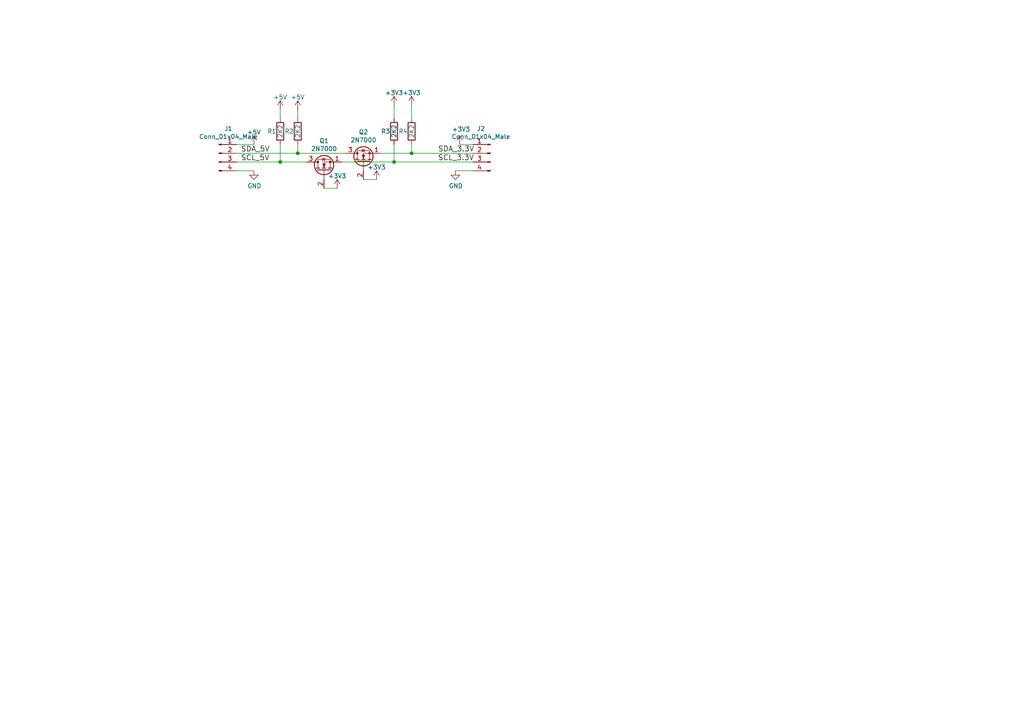
<source format=kicad_sch>
(kicad_sch (version 20230121) (generator eeschema)
  (paper "A4")
  (lib_symbols
    (symbol "Device:R" (pin_numbers hide) (pin_names (offset 0))
      (property "Reference" "R" (at 2.032 0 90))
      (property "Value" "R" (at 0 0 90))
      (symbol "R_0_1"
        (rectangle (start -1.016 -2.54) (end 1.016 2.54) (stroke (width 0.254)))
      )
      (symbol "R_1_1"
        (pin passive line (at 0 3.81 270) (length 1.27) (name "~") (number "1"))
        (pin passive line (at 0 -3.81 90) (length 1.27) (name "~") (number "2"))
      )
    )
    (symbol "Transistor_FET:2N7000" (pin_names hide)
      (property "Reference" "Q" (at 5.08 1.905 0))
      (property "Value" "2N7000" (at 5.08 0 0))
      (symbol "2N7000_0_1"
        (polyline (pts (xy 0.254 0) (xy -2.54 0)))
        (polyline (pts (xy 0.254 1.905) (xy 0.254 -1.905)) (stroke (width 0.254)))
        (polyline (pts (xy 0.762 -1.27) (xy 0.762 -2.286)) (stroke (width 0.254)))
        (polyline (pts (xy 0.762 0.508) (xy 0.762 -0.508)) (stroke (width 0.254)))
        (polyline (pts (xy 0.762 2.286) (xy 0.762 1.27)) (stroke (width 0.254)))
        (polyline (pts (xy 2.54 2.54) (xy 2.54 1.778)))
        (polyline (pts (xy 2.54 -2.54) (xy 2.54 0) (xy 0.762 0)))
        (polyline (pts (xy 0.762 -1.778) (xy 3.302 -1.778) (xy 3.302 1.778) (xy 0.762 1.778)))
        (polyline (pts (xy 1.016 0) (xy 2.032 0.381) (xy 2.032 -0.381) (xy 1.016 0)) (fill (type outline)))
        (polyline (pts (xy 2.794 0.508) (xy 2.921 0.381) (xy 3.683 0.381) (xy 3.81 0.254)))
        (polyline (pts (xy 3.302 0.381) (xy 2.921 -0.254) (xy 3.683 -0.254) (xy 3.302 0.381)))
        (circle (center 1.651 0) (radius 2.794) (stroke (width 0.254)))
        (circle (center 2.54 -1.778) (radius 0.254) (fill (type outline)))
        (circle (center 2.54 1.778) (radius 0.254) (fill (type outline)))
      )
      (symbol "2N7000_1_1"
        (pin passive line (at 2.54 -5.08 90) (length 2.54) (name "S") (number "1"))
        (pin input line (at -5.08 0 0) (length 2.54) (name "G") (number "2"))
        (pin passive line (at 2.54 5.08 270) (length 2.54) (name "D") (number "3"))
      )
    )
    (symbol "i2c-logic-level-converter-rescue:+3.3V-power" (power) (pin_names (offset 0))
      (property "Value" "+3.3V-power" (at 0 3.556 0))
      (symbol "+3.3V-power_0_1"
        (polyline (pts (xy -0.762 1.27) (xy 0 2.54)))
        (polyline (pts (xy 0 0) (xy 0 2.54)))
        (polyline (pts (xy 0 2.54) (xy 0.762 1.27)))
      )
      (symbol "+3.3V-power_1_1"
        (pin power_in line (at 0 0 90) (length 0) hide (name "+3V3") (number "1"))
      )
    )
    (symbol "i2c-logic-level-converter-rescue:Conn_01x04_Male-Connector" (pin_names (offset 1.016) hide)
      (property "Reference" "J" (at 0 5.08 0))
      (property "Value" "Connector_Conn_01x04_Male" (at 0 -7.62 0))
      (symbol "Conn_01x04_Male-Connector_1_1"
        (polyline (pts (xy 1.27 -5.08) (xy 0.8636 -5.08)) (stroke (width 0.1524)))
        (polyline (pts (xy 1.27 -2.54) (xy 0.8636 -2.54)) (stroke (width 0.1524)))
        (polyline (pts (xy 1.27 0) (xy 0.8636 0)) (stroke (width 0.1524)))
        (polyline (pts (xy 1.27 2.54) (xy 0.8636 2.54)) (stroke (width 0.1524)))
        (rectangle (start 0.8636 -4.953) (end 0 -5.207) (stroke (width 0.1524)) (fill (type outline)))
        (rectangle (start 0.8636 -2.413) (end 0 -2.667) (stroke (width 0.1524)) (fill (type outline)))
        (rectangle (start 0.8636 0.127) (end 0 -0.127) (stroke (width 0.1524)) (fill (type outline)))
        (rectangle (start 0.8636 2.667) (end 0 2.413) (stroke (width 0.1524)) (fill (type outline)))
        (pin passive line (at 5.08 2.54 180) (length 3.81) (name "Pin_1") (number "1"))
        (pin passive line (at 5.08 0 180) (length 3.81) (name "Pin_2") (number "2"))
        (pin passive line (at 5.08 -2.54 180) (length 3.81) (name "Pin_3") (number "3"))
        (pin passive line (at 5.08 -5.08 180) (length 3.81) (name "Pin_4") (number "4"))
      )
    )
    (symbol "power:+5V" (power) (pin_names (offset 0))
      (property "Value" "+5V" (at 0 3.556 0))
      (symbol "+5V_0_1"
        (polyline (pts (xy -0.762 1.27) (xy 0 2.54)))
        (polyline (pts (xy 0 0) (xy 0 2.54)))
        (polyline (pts (xy 0 2.54) (xy 0.762 1.27)))
      )
      (symbol "+5V_1_1"
        (pin power_in line (at 0 0 90) (length 0) hide (name "+5V") (number "1"))
      )
    )
    (symbol "power:GND" (power) (pin_names (offset 0))
      (property "Value" "GND" (at 0 -3.81 0))
      (symbol "GND_0_1"
        (polyline (pts (xy 0 0) (xy 0 -1.27) (xy 1.27 -1.27) (xy 0 -2.54) (xy -1.27 -1.27) (xy 0 -1.27)))
      )
      (symbol "GND_1_1"
        (pin power_in line (at 0 0 270) (length 0) hide (name "GND") (number "1"))
      )
    )
  )
  (junction (at 81.28 46.99))
  (junction (at 119.38 44.45))
  (junction (at 86.36 44.45))
  (junction (at 114.3 46.99))
  (wire (pts (xy 68.58 49.53) (xy 73.66 49.53)))
  (wire (pts (xy 105.41 52.07) (xy 109.22 52.07)))
  (wire (pts (xy 86.36 44.45) (xy 100.33 44.45)))
  (wire (pts (xy 119.38 30.48) (xy 119.38 34.29)))
  (wire (pts (xy 114.3 41.91) (xy 114.3 46.99)))
  (wire (pts (xy 137.16 49.53) (xy 132.08 49.53)))
  (wire (pts (xy 137.16 41.91) (xy 133.35 41.91)))
  (wire (pts (xy 119.38 41.91) (xy 119.38 44.45)))
  (wire (pts (xy 68.58 41.91) (xy 73.66 41.91)))
  (wire (pts (xy 114.3 46.99) (xy 137.16 46.99)))
  (wire (pts (xy 81.28 41.91) (xy 81.28 46.99)))
  (wire (pts (xy 86.36 41.91) (xy 86.36 44.45)))
  (wire (pts (xy 110.49 44.45) (xy 119.38 44.45)))
  (wire (pts (xy 114.3 30.48) (xy 114.3 34.29)))
  (wire (pts (xy 86.36 34.29) (xy 86.36 31.75)))
  (wire (pts (xy 93.98 54.61) (xy 97.79 54.61)))
  (wire (pts (xy 68.58 44.45) (xy 86.36 44.45)))
  (wire (pts (xy 119.38 44.45) (xy 137.16 44.45)))
  (wire (pts (xy 99.06 46.99) (xy 114.3 46.99)))
  (wire (pts (xy 81.28 31.75) (xy 81.28 34.29)))
  (wire (pts (xy 81.28 46.99) (xy 88.9 46.99)))
  (wire (pts (xy 68.58 46.99) (xy 81.28 46.99)))
  (label "SDA_5V" (at 69.85 44.45 0) (effects (font (size 1.524 1.524))))
  (label "SCL_3.3V" (at 127 46.99 0) (effects (font (size 1.524 1.524))))
  (label "SDA_3.3V" (at 127 44.45 0) (effects (font (size 1.524 1.524))))
  (label "SCL_5V" (at 69.85 46.99 0) (effects (font (size 1.524 1.524))))
  (symbol (lib_id "power:+5V") (at 73.66 41.91 0) (unit 1)
    (property "Reference" "#PWR01" (effects hide))
    (property "Value" "+5V" (at 73.66 38.354 0))
  )
  (symbol (lib_id "i2c-logic-level-converter-rescue:+3.3V-power") (at 109.22 52.07 0) (unit 1)
    (property "Reference" "#PWR05" (effects hide))
    (property "Value" "+3.3V" (at 109.22 48.514 0))
  )
  (symbol (lib_id "i2c-logic-level-converter-rescue:+3.3V-power") (at 97.79 54.61 0) (unit 1)
    (property "Reference" "#PWR06" (effects hide))
    (property "Value" "+3.3V" (at 97.79 51.054 0))
  )
  (symbol (lib_id "i2c-logic-level-converter-rescue:+3.3V-power") (at 119.38 30.48 0) (unit 1)
    (property "Reference" "#PWR07" (effects hide))
    (property "Value" "+3.3V" (at 119.38 26.924 0))
  )
  (symbol (lib_id "i2c-logic-level-converter-rescue:+3.3V-power") (at 114.3 30.48 0) (unit 1)
    (property "Reference" "#PWR08" (effects hide))
    (property "Value" "+3.3V" (at 114.3 26.924 0))
  )
  (symbol (lib_id "power:+5V") (at 81.28 31.75 0) (unit 1)
    (property "Reference" "#PWR09" (effects hide))
    (property "Value" "+5V" (at 81.28 28.194 0))
  )
  (symbol (lib_id "power:+5V") (at 86.36 31.75 0) (unit 1)
    (property "Reference" "#PWR010" (effects hide))
    (property "Value" "+5V" (at 86.36 28.194 0))
  )
  (symbol (lib_id "power:GND") (at 73.66 49.53 0) (unit 1)
    (property "Reference" "#PWR0101" (effects hide))
    (property "Value" "GND" (at 73.787 53.9242 0))
  )
  (symbol (lib_id "Transistor_FET:2N7000") (at 93.98 49.53 90) (unit 1)
    (property "Reference" "Q1" (at 93.98 40.8432 90))
    (property "Value" "2N7000" (at 93.98 43.1546 90))
    (property "Footprint" "Package_TO_SOT_THT:TO-92_Wide" (effects hide))
    (property "Datasheet" "https://www.onsemi.com/pub/Collateral/NDS7002A-D.PDF" (effects hide))
  )
  (symbol (lib_id "power:GND") (at 132.08 49.53 0) (unit 1)
    (property "Reference" "#PWR0102" (effects hide))
    (property "Value" "GND" (at 132.207 53.9242 0))
  )
  (symbol (lib_id "i2c-logic-level-converter-rescue:+3.3V-power") (at 133.35 41.91 0) (unit 1)
    (property "Reference" "#PWR0103" (effects hide))
    (property "Value" "+3.3V" (at 133.731 37.5158 0))
  )
  (symbol (lib_id "Transistor_FET:2N7000") (at 105.41 46.99 90) (unit 1)
    (property "Reference" "Q2" (at 105.41 38.3032 90))
    (property "Value" "2N7000" (at 105.41 40.6146 90))
    (property "Footprint" "Package_TO_SOT_THT:TO-92_Wide" (effects hide))
    (property "Datasheet" "https://www.onsemi.com/pub/Collateral/NDS7002A-D.PDF" (effects hide))
  )
  (symbol (lib_id "i2c-logic-level-converter-rescue:Conn_01x04_Male-Connector") (at 63.5 44.45 0) (unit 1)
    (property "Reference" "J1" (at 66.2432 37.3126 0))
    (property "Value" "Conn_01x04_Male" (at 66.2432 39.624 0))
    (property "Footprint" "Connector_PinHeader_2.54mm:PinHeader_1x04_P2.54mm_Vertical" (effects hide))
  )
  (symbol (lib_id "Device:R") (at 81.28 38.1 0) (unit 1)
    (property "Reference" "R1" (at 77.47 38.1 0) (effects (justify left)))
    (property "Value" "2K2" (at 81.28 40.005 90) (effects (justify left)))
    (property "Footprint" "Resistor_THT:R_Axial_DIN0207_L6.3mm_D2.5mm_P7.62mm_Horizontal" (effects hide))
  )
  (symbol (lib_id "Device:R") (at 86.36 38.1 0) (unit 1)
    (property "Reference" "R2" (at 82.55 38.1 0) (effects (justify left)))
    (property "Value" "2K2" (at 86.36 40.005 90) (effects (justify left)))
    (property "Footprint" "Resistor_THT:R_Axial_DIN0207_L6.3mm_D2.5mm_P7.62mm_Horizontal" (effects hide))
  )
  (symbol (lib_id "Device:R") (at 114.3 38.1 0) (unit 1)
    (property "Reference" "R3" (at 110.49 38.1 0) (effects (justify left)))
    (property "Value" "2K2" (at 114.3 40.005 90) (effects (justify left)))
    (property "Footprint" "Resistor_THT:R_Axial_DIN0207_L6.3mm_D2.5mm_P7.62mm_Horizontal" (effects hide))
  )
  (symbol (lib_id "Device:R") (at 119.38 38.1 0) (unit 1)
    (property "Reference" "R4" (at 115.57 38.1 0) (effects (justify left)))
    (property "Value" "2K2" (at 119.38 40.005 90) (effects (justify left)))
    (property "Footprint" "Resistor_THT:R_Axial_DIN0207_L6.3mm_D2.5mm_P7.62mm_Horizontal" (effects hide))
  )
  (symbol (lib_id "i2c-logic-level-converter-rescue:Conn_01x04_Male-Connector") (at 142.24 44.45 0) (mirror y) (unit 1)
    (property "Reference" "J2" (at 139.4968 37.3126 0))
    (property "Value" "Conn_01x04_Male" (at 139.4968 39.624 0))
    (property "Footprint" "Connector_PinHeader_2.54mm:PinHeader_1x04_P2.54mm_Vertical" (effects hide))
  )
)
</source>
